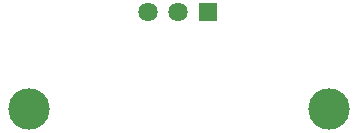
<source format=gbr>
%TF.GenerationSoftware,KiCad,Pcbnew,(7.0.0)*%
%TF.CreationDate,2023-11-20T19:32:09-05:00*%
%TF.ProjectId,4272MAVproxS_R1,34323732-4d41-4567-9072-6f78535f5231,rev?*%
%TF.SameCoordinates,Original*%
%TF.FileFunction,Soldermask,Bot*%
%TF.FilePolarity,Negative*%
%FSLAX46Y46*%
G04 Gerber Fmt 4.6, Leading zero omitted, Abs format (unit mm)*
G04 Created by KiCad (PCBNEW (7.0.0)) date 2023-11-20 19:32:09*
%MOMM*%
%LPD*%
G01*
G04 APERTURE LIST*
%ADD10C,0.001000*%
%ADD11R,1.635000X1.635000*%
%ADD12C,1.635000*%
%ADD13C,3.500000*%
G04 APERTURE END LIST*
D10*
%TO.C,P1*%
X148385000Y-72315000D03*
X156265000Y-72315000D03*
D11*
X154864999Y-63674999D03*
D12*
X152325000Y-63675000D03*
X149785000Y-63675000D03*
%TD*%
D13*
%TO.C,REF\u002A\u002A*%
X165100000Y-71875000D03*
%TD*%
%TO.C,REF\u002A\u002A*%
X139700000Y-71875000D03*
%TD*%
M02*

</source>
